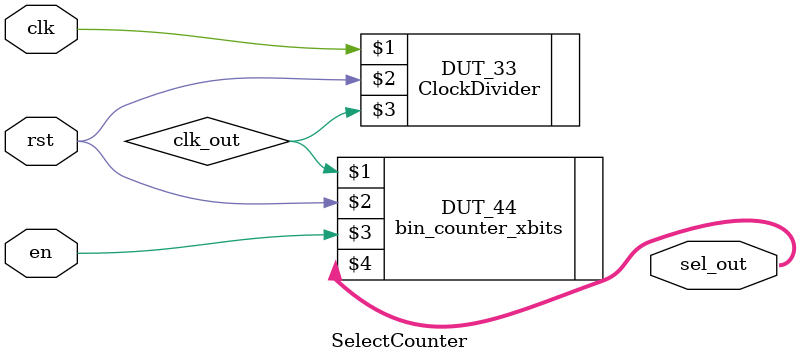
<source format=v>
`timescale 1ns / 1ps



module SelectCounter #(parameter n = 4)
(input clk, rst, en, output [1:0]sel_out);
wire clk_out;
ClockDivider #(100000)DUT_33(clk, rst, clk_out);
bin_counter_xbits #(2,n) DUT_44(clk_out, rst,en,sel_out);

endmodule
</source>
